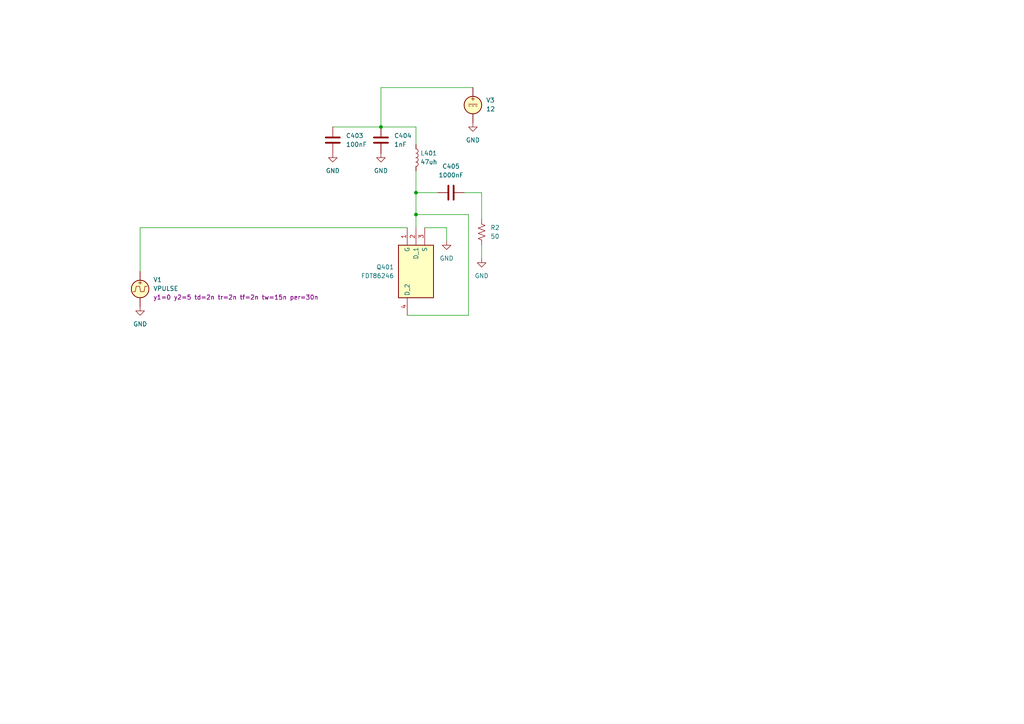
<source format=kicad_sch>
(kicad_sch (version 20230121) (generator eeschema)
  (paper "A4")
  (lib_symbols
    (symbol "Device:C" (pin_numbers hide) (pin_names (offset 0.254))
      (property "Reference" "C" (at 0.635 2.54 0))
      (property "Value" "C" (at 0.635 -2.54 0))
      (symbol "C_0_1"
        (polyline (pts (xy -2.032 -0.762) (xy 2.032 -0.762)) (stroke (width 0.508)))
        (polyline (pts (xy -2.032 0.762) (xy 2.032 0.762)) (stroke (width 0.508)))
      )
      (symbol "C_1_1"
        (pin passive line (at 0 3.81 270) (length 2.794) (name "~") (number "1"))
        (pin passive line (at 0 -3.81 90) (length 2.794) (name "~") (number "2"))
      )
    )
    (symbol "Device:L" (pin_numbers hide) (pin_names (offset 1.016) hide)
      (property "Reference" "L" (at -1.27 0 90))
      (property "Value" "L" (at 1.905 0 90))
      (symbol "L_0_1"
        (arc (start 0 -2.54) (mid 0.6323 -1.905) (end 0 -1.27))
        (arc (start 0 -1.27) (mid 0.6323 -0.635) (end 0 0))
        (arc (start 0 0) (mid 0.6323 0.635) (end 0 1.27))
        (arc (start 0 1.27) (mid 0.6323 1.905) (end 0 2.54))
      )
      (symbol "L_1_1"
        (pin passive line (at 0 3.81 270) (length 1.27) (name "1") (number "1"))
        (pin passive line (at 0 -3.81 90) (length 1.27) (name "2") (number "2"))
      )
    )
    (symbol "Device:R_US" (pin_numbers hide) (pin_names (offset 0))
      (property "Reference" "R" (at 2.54 0 90))
      (property "Value" "R_US" (at -2.54 0 90))
      (symbol "R_US_0_1"
        (polyline (pts (xy 0 -2.286) (xy 0 -2.54)))
        (polyline (pts (xy 0 2.286) (xy 0 2.54)))
        (polyline (pts (xy 0 -0.762) (xy 1.016 -1.143) (xy 0 -1.524) (xy -1.016 -1.905) (xy 0 -2.286)))
        (polyline (pts (xy 0 0.762) (xy 1.016 0.381) (xy 0 0) (xy -1.016 -0.381) (xy 0 -0.762)))
        (polyline (pts (xy 0 2.286) (xy 1.016 1.905) (xy 0 1.524) (xy -1.016 1.143) (xy 0 0.762)))
      )
      (symbol "R_US_1_1"
        (pin passive line (at 0 3.81 270) (length 1.27) (name "~") (number "1"))
        (pin passive line (at 0 -3.81 90) (length 1.27) (name "~") (number "2"))
      )
    )
    (symbol "FDT86246:FDT86246"
      (property "Reference" "IC" (at 21.59 7.62 0))
      (property "Value" "FDT86246" (at 21.59 5.08 0))
      (symbol "FDT86246_1_1"
        (rectangle (start 5.08 2.54) (end 20.32 -7.62) (stroke (width 0.254)) (fill (type background)))
        (pin passive line (at 0 0 0) (length 5.08) (name "G") (number "1"))
        (pin passive line (at 0 -2.54 0) (length 5.08) (name "D_1") (number "2"))
        (pin passive line (at 0 -5.08 0) (length 5.08) (name "S") (number "3"))
        (pin passive line (at 25.4 0 180) (length 5.08) (name "D_2") (number "4"))
      )
    )
    (symbol "Simulation_SPICE:VDC" (pin_numbers hide) (pin_names (offset 0.0254))
      (property "Reference" "V" (at 2.54 2.54 0))
      (property "Value" "1" (at 2.54 0 0))
      (symbol "VDC_0_0"
        (polyline (pts (xy -1.27 0.254) (xy 1.27 0.254)))
        (polyline (pts (xy -0.762 -0.254) (xy -1.27 -0.254)))
        (polyline (pts (xy 0.254 -0.254) (xy -0.254 -0.254)))
        (polyline (pts (xy 1.27 -0.254) (xy 0.762 -0.254)))
        (text "+" (at 0 1.905 0) (effects (font (size 1.27 1.27))))
      )
      (symbol "VDC_0_1"
        (circle (center 0 0) (radius 2.54) (stroke (width 0.254)) (fill (type background)))
      )
      (symbol "VDC_1_1"
        (pin passive line (at 0 5.08 270) (length 2.54) (name "~") (number "1"))
        (pin passive line (at 0 -5.08 90) (length 2.54) (name "~") (number "2"))
      )
    )
    (symbol "Simulation_SPICE:VPULSE" (pin_numbers hide) (pin_names (offset 0.0254))
      (property "Reference" "V" (at 2.54 2.54 0))
      (property "Value" "VPULSE" (at 2.54 0 0))
      (property "Sim.Params" "y1=0 y2=1 td=2n tr=2n tf=2n tw=50n per=100n" (at 2.54 -2.54 0))
      (symbol "VPULSE_0_0"
        (polyline (pts (xy -2.032 -0.762) (xy -1.397 -0.762) (xy -1.143 0.762) (xy -0.127 0.762) (xy 0.127 -0.762) (xy 1.143 -0.762) (xy 1.397 0.762) (xy 2.032 0.762)))
        (text "+" (at 0 1.905 0) (effects (font (size 1.27 1.27))))
      )
      (symbol "VPULSE_0_1"
        (circle (center 0 0) (radius 2.54) (stroke (width 0.254)) (fill (type background)))
      )
      (symbol "VPULSE_1_1"
        (pin passive line (at 0 5.08 270) (length 2.54) (name "~") (number "1"))
        (pin passive line (at 0 -5.08 90) (length 2.54) (name "~") (number "2"))
      )
    )
    (symbol "power:GND" (power) (pin_names (offset 0))
      (property "Value" "GND" (at 0 -3.81 0))
      (symbol "GND_0_1"
        (polyline (pts (xy 0 0) (xy 0 -1.27) (xy 1.27 -1.27) (xy 0 -2.54) (xy -1.27 -1.27) (xy 0 -1.27)))
      )
      (symbol "GND_1_1"
        (pin power_in line (at 0 0 270) (length 0) hide (name "GND") (number "1"))
      )
    )
  )
  (junction (at 120.65 55.88))
  (junction (at 110.49 36.83))
  (junction (at 120.65 62.23))
  (wire (pts (xy 96.52 36.83) (xy 110.49 36.83)))
  (wire (pts (xy 110.49 36.83) (xy 120.65 36.83)))
  (wire (pts (xy 120.65 49.53) (xy 120.65 55.88)))
  (wire (pts (xy 40.64 66.04) (xy 118.11 66.04)))
  (wire (pts (xy 120.65 55.88) (xy 120.65 62.23)))
  (wire (pts (xy 139.7 55.88) (xy 139.7 63.5)))
  (wire (pts (xy 134.62 55.88) (xy 139.7 55.88)))
  (wire (pts (xy 40.64 78.74) (xy 40.64 66.04)))
  (wire (pts (xy 120.65 55.88) (xy 127 55.88)))
  (wire (pts (xy 139.7 71.12) (xy 139.7 74.93)))
  (wire (pts (xy 135.89 91.44) (xy 135.89 62.23)))
  (wire (pts (xy 118.11 91.44) (xy 135.89 91.44)))
  (wire (pts (xy 135.89 62.23) (xy 120.65 62.23)))
  (wire (pts (xy 120.65 36.83) (xy 120.65 41.91)))
  (wire (pts (xy 120.65 62.23) (xy 120.65 66.04)))
  (wire (pts (xy 110.49 25.4) (xy 110.49 36.83)))
  (wire (pts (xy 110.49 25.4) (xy 137.16 25.4)))
  (wire (pts (xy 129.54 69.85) (xy 129.54 66.04)))
  (wire (pts (xy 129.54 66.04) (xy 123.19 66.04)))
  (symbol (lib_id "Device:L") (at 120.65 45.72 0) (unit 1)
    (property "Reference" "L401" (at 121.92 44.45 0) (effects (justify left)))
    (property "Value" "47uh" (at 121.92 46.99 0) (effects (justify left)))
    (property "Footprint" "Inductor_THT:L_Toroid_Horizontal_D9.5mm_P15.00mm_Diameter10-5mm_Amidon-T37" (effects hide))
    (property "Notes" "12T on FT37-43" (effects hide))
  )
  (symbol (lib_id "Device:C") (at 130.81 55.88 90) (unit 1)
    (property "Reference" "C405" (at 130.81 48.26 90))
    (property "Value" "1000nF" (at 130.81 50.8 90))
    (property "Footprint" "Capacitor_SMD:C_0805_2012Metric" (effects hide))
    (property "PartNo" "C0805C104K1RAC7800" (effects hide))
  )
  (symbol (lib_id "Device:R_US") (at 139.7 67.31 0) (unit 1)
    (property "Reference" "R2" (at 142.24 66.04 0) (effects (justify left)))
    (property "Value" "50" (at 142.24 68.58 0) (effects (justify left)))
    (property "Footprint" "Resistor_SMD:R_0805_2012Metric" (effects hide))
  )
  (symbol (lib_id "FDT86246:FDT86246") (at 118.11 66.04 90) (mirror x) (unit 1)
    (property "Reference" "Q401" (at 114.3 77.47 90) (effects (justify left)))
    (property "Value" "FDT86246" (at 114.3 80.01 90) (effects (justify left)))
    (property "Footprint" "SOT230P700X180-4N" (effects hide))
    (property "Datasheet" "https://datasheet.datasheetarchive.com/originals/distributors/Datasheets_SAMA/ff438a07c8e40a4f368e3a01a6c11b0e.pdf" (effects hide))
    (property "Height" "1.8" (effects hide))
    (property "Manufacturer_Name" "onsemi" (effects hide))
    (property "Manufacturer_Part_Number" "FDT86246" (effects hide))
    (property "Mouser Part Number" "512-FDT86246" (effects hide))
    (property "Mouser Price/Stock" "https://www.mouser.co.uk/ProductDetail/ON-Semiconductor-Fairchild/FDT86246?qs=dIxESgyDOrilPjmdr96wRQ%3D%3D" (effects hide))
    (property "Arrow Part Number" "FDT86246" (effects hide))
    (property "Arrow Price/Stock" "https://www.arrow.com/en/products/fdt86246/on-semiconductor?region=nac" (effects hide))
    (property "Sim.Library" "/Users/jconrad/GitHub/KiCAD/LIB_FDT86246/FDT86246/PSpice.lib" (effects hide))
    (property "Sim.Name" "FDT86246" (effects hide))
    (property "Sim.Device" "SUBCKT" (effects hide))
    (property "Sim.Pins" "1=1 2=2 3=3" (effects hide))
  )
  (symbol (lib_id "Device:C") (at 96.52 40.64 0) (unit 1)
    (property "Reference" "C403" (at 100.33 39.37 0) (effects (justify left)))
    (property "Value" "100nF" (at 100.33 41.91 0) (effects (justify left)))
    (property "Footprint" "Capacitor_SMD:C_0805_2012Metric" (effects hide))
    (property "PartNo" "C0805C104K1RAC7800" (effects hide))
  )
  (symbol (lib_id "Simulation_SPICE:VDC") (at 137.16 30.48 0) (unit 1)
    (property "Reference" "V3" (at 140.97 29.0802 0) (effects (justify left)))
    (property "Value" "12" (at 140.97 31.6202 0) (effects (justify left)))
    (property "Sim.Pins" "1=+ 2=-" (effects hide))
    (property "Sim.Type" "DC" (effects hide))
    (property "Sim.Device" "V" (effects hide))
  )
  (symbol (lib_id "power:GND") (at 139.7 74.93 0) (unit 1)
    (property "Reference" "#PWR020" (effects hide))
    (property "Value" "GND" (at 139.7 80.01 0))
  )
  (symbol (lib_id "power:GND") (at 129.54 69.85 0) (unit 1)
    (property "Reference" "#PWR019" (effects hide))
    (property "Value" "GND" (at 129.54 74.93 0))
  )
  (symbol (lib_id "Simulation_SPICE:VPULSE") (at 40.64 83.82 0) (unit 1)
    (property "Reference" "V1" (at 44.45 81.1502 0) (effects (justify left)))
    (property "Value" "VPULSE" (at 44.45 83.6902 0) (effects (justify left)))
    (property "Sim.Pins" "1=+ 2=-" (effects hide))
    (property "Sim.Type" "PULSE" (effects hide))
    (property "Sim.Device" "V" (effects hide))
    (property "Sim.Params" "y1=0 y2=5 td=2n tr=2n tf=2n tw=15n per=30n" (at 44.45 86.2302 0) (effects (justify left)))
  )
  (symbol (lib_id "power:GND") (at 137.16 35.56 0) (unit 1)
    (property "Reference" "#PWR02" (effects hide))
    (property "Value" "GND" (at 137.16 40.64 0))
  )
  (symbol (lib_id "power:GND") (at 40.64 88.9 0) (unit 1)
    (property "Reference" "#PWR01" (effects hide))
    (property "Value" "GND" (at 40.64 93.98 0))
  )
  (symbol (lib_id "power:GND") (at 110.49 44.45 0) (unit 1)
    (property "Reference" "#PWR018" (effects hide))
    (property "Value" "GND" (at 110.49 49.53 0))
  )
  (symbol (lib_id "Device:C") (at 110.49 40.64 0) (unit 1)
    (property "Reference" "C404" (at 114.3 39.37 0) (effects (justify left)))
    (property "Value" "1nF" (at 114.3 41.91 0) (effects (justify left)))
    (property "Footprint" "Capacitor_SMD:C_0805_2012Metric" (effects hide))
    (property "PartNo" "C0805C102K5RAC7800" (effects hide))
  )
  (symbol (lib_id "power:GND") (at 96.52 44.45 0) (unit 1)
    (property "Reference" "#PWR017" (effects hide))
    (property "Value" "GND" (at 96.52 49.53 0))
  )
)
</source>
